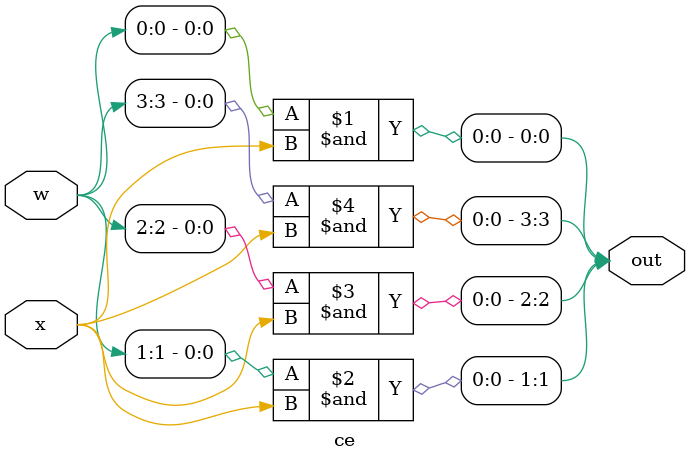
<source format=v>
module ce(w,x,out);
input [3:0]w;
input x;
output[3:0]out;

assign out[0]=w[0]& x;
assign out[1]=w[1]& x;
assign out[2]=w[2]& x;
assign out[3]=w[3]& x;
endmodule

</source>
